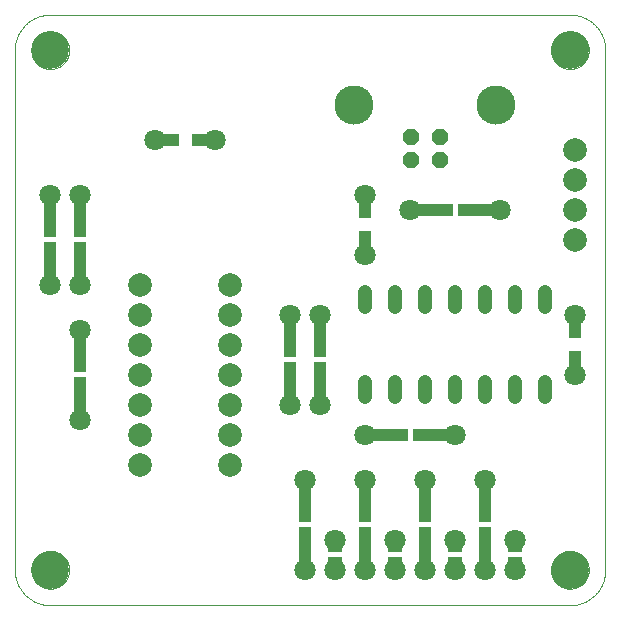
<source format=gts>
G75*
%MOIN*%
%OFA0B0*%
%FSLAX25Y25*%
%IPPOS*%
%LPD*%
%AMOC8*
5,1,8,0,0,1.08239X$1,22.5*
%
%ADD10C,0.00000*%
%ADD11C,0.12598*%
%ADD12R,0.03937X0.10236*%
%ADD13C,0.07087*%
%ADD14C,0.07874*%
%ADD15C,0.04800*%
%ADD16R,0.12598X0.03937*%
%ADD17OC8,0.05610*%
%ADD18C,0.13055*%
%ADD19R,0.03937X0.12598*%
%ADD20R,0.10236X0.03937*%
%ADD21R,0.04724X0.03150*%
D10*
X0005724Y0017535D02*
X0005724Y0190764D01*
X0011236Y0190764D02*
X0011238Y0190922D01*
X0011244Y0191080D01*
X0011254Y0191238D01*
X0011268Y0191396D01*
X0011286Y0191553D01*
X0011307Y0191710D01*
X0011333Y0191866D01*
X0011363Y0192022D01*
X0011396Y0192177D01*
X0011434Y0192330D01*
X0011475Y0192483D01*
X0011520Y0192635D01*
X0011569Y0192786D01*
X0011622Y0192935D01*
X0011678Y0193083D01*
X0011738Y0193229D01*
X0011802Y0193374D01*
X0011870Y0193517D01*
X0011941Y0193659D01*
X0012015Y0193799D01*
X0012093Y0193936D01*
X0012175Y0194072D01*
X0012259Y0194206D01*
X0012348Y0194337D01*
X0012439Y0194466D01*
X0012534Y0194593D01*
X0012631Y0194718D01*
X0012732Y0194840D01*
X0012836Y0194959D01*
X0012943Y0195076D01*
X0013053Y0195190D01*
X0013166Y0195301D01*
X0013281Y0195410D01*
X0013399Y0195515D01*
X0013520Y0195617D01*
X0013643Y0195717D01*
X0013769Y0195813D01*
X0013897Y0195906D01*
X0014027Y0195996D01*
X0014160Y0196082D01*
X0014295Y0196166D01*
X0014431Y0196245D01*
X0014570Y0196322D01*
X0014711Y0196394D01*
X0014853Y0196464D01*
X0014997Y0196529D01*
X0015143Y0196591D01*
X0015290Y0196649D01*
X0015439Y0196704D01*
X0015589Y0196755D01*
X0015740Y0196802D01*
X0015892Y0196845D01*
X0016045Y0196884D01*
X0016200Y0196920D01*
X0016355Y0196951D01*
X0016511Y0196979D01*
X0016667Y0197003D01*
X0016824Y0197023D01*
X0016982Y0197039D01*
X0017139Y0197051D01*
X0017298Y0197059D01*
X0017456Y0197063D01*
X0017614Y0197063D01*
X0017772Y0197059D01*
X0017931Y0197051D01*
X0018088Y0197039D01*
X0018246Y0197023D01*
X0018403Y0197003D01*
X0018559Y0196979D01*
X0018715Y0196951D01*
X0018870Y0196920D01*
X0019025Y0196884D01*
X0019178Y0196845D01*
X0019330Y0196802D01*
X0019481Y0196755D01*
X0019631Y0196704D01*
X0019780Y0196649D01*
X0019927Y0196591D01*
X0020073Y0196529D01*
X0020217Y0196464D01*
X0020359Y0196394D01*
X0020500Y0196322D01*
X0020639Y0196245D01*
X0020775Y0196166D01*
X0020910Y0196082D01*
X0021043Y0195996D01*
X0021173Y0195906D01*
X0021301Y0195813D01*
X0021427Y0195717D01*
X0021550Y0195617D01*
X0021671Y0195515D01*
X0021789Y0195410D01*
X0021904Y0195301D01*
X0022017Y0195190D01*
X0022127Y0195076D01*
X0022234Y0194959D01*
X0022338Y0194840D01*
X0022439Y0194718D01*
X0022536Y0194593D01*
X0022631Y0194466D01*
X0022722Y0194337D01*
X0022811Y0194206D01*
X0022895Y0194072D01*
X0022977Y0193936D01*
X0023055Y0193799D01*
X0023129Y0193659D01*
X0023200Y0193517D01*
X0023268Y0193374D01*
X0023332Y0193229D01*
X0023392Y0193083D01*
X0023448Y0192935D01*
X0023501Y0192786D01*
X0023550Y0192635D01*
X0023595Y0192483D01*
X0023636Y0192330D01*
X0023674Y0192177D01*
X0023707Y0192022D01*
X0023737Y0191866D01*
X0023763Y0191710D01*
X0023784Y0191553D01*
X0023802Y0191396D01*
X0023816Y0191238D01*
X0023826Y0191080D01*
X0023832Y0190922D01*
X0023834Y0190764D01*
X0023832Y0190606D01*
X0023826Y0190448D01*
X0023816Y0190290D01*
X0023802Y0190132D01*
X0023784Y0189975D01*
X0023763Y0189818D01*
X0023737Y0189662D01*
X0023707Y0189506D01*
X0023674Y0189351D01*
X0023636Y0189198D01*
X0023595Y0189045D01*
X0023550Y0188893D01*
X0023501Y0188742D01*
X0023448Y0188593D01*
X0023392Y0188445D01*
X0023332Y0188299D01*
X0023268Y0188154D01*
X0023200Y0188011D01*
X0023129Y0187869D01*
X0023055Y0187729D01*
X0022977Y0187592D01*
X0022895Y0187456D01*
X0022811Y0187322D01*
X0022722Y0187191D01*
X0022631Y0187062D01*
X0022536Y0186935D01*
X0022439Y0186810D01*
X0022338Y0186688D01*
X0022234Y0186569D01*
X0022127Y0186452D01*
X0022017Y0186338D01*
X0021904Y0186227D01*
X0021789Y0186118D01*
X0021671Y0186013D01*
X0021550Y0185911D01*
X0021427Y0185811D01*
X0021301Y0185715D01*
X0021173Y0185622D01*
X0021043Y0185532D01*
X0020910Y0185446D01*
X0020775Y0185362D01*
X0020639Y0185283D01*
X0020500Y0185206D01*
X0020359Y0185134D01*
X0020217Y0185064D01*
X0020073Y0184999D01*
X0019927Y0184937D01*
X0019780Y0184879D01*
X0019631Y0184824D01*
X0019481Y0184773D01*
X0019330Y0184726D01*
X0019178Y0184683D01*
X0019025Y0184644D01*
X0018870Y0184608D01*
X0018715Y0184577D01*
X0018559Y0184549D01*
X0018403Y0184525D01*
X0018246Y0184505D01*
X0018088Y0184489D01*
X0017931Y0184477D01*
X0017772Y0184469D01*
X0017614Y0184465D01*
X0017456Y0184465D01*
X0017298Y0184469D01*
X0017139Y0184477D01*
X0016982Y0184489D01*
X0016824Y0184505D01*
X0016667Y0184525D01*
X0016511Y0184549D01*
X0016355Y0184577D01*
X0016200Y0184608D01*
X0016045Y0184644D01*
X0015892Y0184683D01*
X0015740Y0184726D01*
X0015589Y0184773D01*
X0015439Y0184824D01*
X0015290Y0184879D01*
X0015143Y0184937D01*
X0014997Y0184999D01*
X0014853Y0185064D01*
X0014711Y0185134D01*
X0014570Y0185206D01*
X0014431Y0185283D01*
X0014295Y0185362D01*
X0014160Y0185446D01*
X0014027Y0185532D01*
X0013897Y0185622D01*
X0013769Y0185715D01*
X0013643Y0185811D01*
X0013520Y0185911D01*
X0013399Y0186013D01*
X0013281Y0186118D01*
X0013166Y0186227D01*
X0013053Y0186338D01*
X0012943Y0186452D01*
X0012836Y0186569D01*
X0012732Y0186688D01*
X0012631Y0186810D01*
X0012534Y0186935D01*
X0012439Y0187062D01*
X0012348Y0187191D01*
X0012259Y0187322D01*
X0012175Y0187456D01*
X0012093Y0187592D01*
X0012015Y0187729D01*
X0011941Y0187869D01*
X0011870Y0188011D01*
X0011802Y0188154D01*
X0011738Y0188299D01*
X0011678Y0188445D01*
X0011622Y0188593D01*
X0011569Y0188742D01*
X0011520Y0188893D01*
X0011475Y0189045D01*
X0011434Y0189198D01*
X0011396Y0189351D01*
X0011363Y0189506D01*
X0011333Y0189662D01*
X0011307Y0189818D01*
X0011286Y0189975D01*
X0011268Y0190132D01*
X0011254Y0190290D01*
X0011244Y0190448D01*
X0011238Y0190606D01*
X0011236Y0190764D01*
X0005724Y0190764D02*
X0005727Y0191049D01*
X0005738Y0191335D01*
X0005755Y0191620D01*
X0005779Y0191904D01*
X0005810Y0192188D01*
X0005848Y0192471D01*
X0005893Y0192752D01*
X0005944Y0193033D01*
X0006002Y0193313D01*
X0006067Y0193591D01*
X0006139Y0193867D01*
X0006217Y0194141D01*
X0006302Y0194414D01*
X0006394Y0194684D01*
X0006492Y0194952D01*
X0006596Y0195218D01*
X0006707Y0195481D01*
X0006824Y0195741D01*
X0006947Y0195999D01*
X0007077Y0196253D01*
X0007213Y0196504D01*
X0007354Y0196752D01*
X0007502Y0196996D01*
X0007655Y0197237D01*
X0007815Y0197473D01*
X0007980Y0197706D01*
X0008150Y0197935D01*
X0008326Y0198160D01*
X0008508Y0198380D01*
X0008694Y0198596D01*
X0008886Y0198807D01*
X0009083Y0199014D01*
X0009285Y0199216D01*
X0009492Y0199413D01*
X0009703Y0199605D01*
X0009919Y0199791D01*
X0010139Y0199973D01*
X0010364Y0200149D01*
X0010593Y0200319D01*
X0010826Y0200484D01*
X0011062Y0200644D01*
X0011303Y0200797D01*
X0011547Y0200945D01*
X0011795Y0201086D01*
X0012046Y0201222D01*
X0012300Y0201352D01*
X0012558Y0201475D01*
X0012818Y0201592D01*
X0013081Y0201703D01*
X0013347Y0201807D01*
X0013615Y0201905D01*
X0013885Y0201997D01*
X0014158Y0202082D01*
X0014432Y0202160D01*
X0014708Y0202232D01*
X0014986Y0202297D01*
X0015266Y0202355D01*
X0015547Y0202406D01*
X0015828Y0202451D01*
X0016111Y0202489D01*
X0016395Y0202520D01*
X0016679Y0202544D01*
X0016964Y0202561D01*
X0017250Y0202572D01*
X0017535Y0202575D01*
X0190764Y0202575D01*
X0184465Y0190764D02*
X0184467Y0190922D01*
X0184473Y0191080D01*
X0184483Y0191238D01*
X0184497Y0191396D01*
X0184515Y0191553D01*
X0184536Y0191710D01*
X0184562Y0191866D01*
X0184592Y0192022D01*
X0184625Y0192177D01*
X0184663Y0192330D01*
X0184704Y0192483D01*
X0184749Y0192635D01*
X0184798Y0192786D01*
X0184851Y0192935D01*
X0184907Y0193083D01*
X0184967Y0193229D01*
X0185031Y0193374D01*
X0185099Y0193517D01*
X0185170Y0193659D01*
X0185244Y0193799D01*
X0185322Y0193936D01*
X0185404Y0194072D01*
X0185488Y0194206D01*
X0185577Y0194337D01*
X0185668Y0194466D01*
X0185763Y0194593D01*
X0185860Y0194718D01*
X0185961Y0194840D01*
X0186065Y0194959D01*
X0186172Y0195076D01*
X0186282Y0195190D01*
X0186395Y0195301D01*
X0186510Y0195410D01*
X0186628Y0195515D01*
X0186749Y0195617D01*
X0186872Y0195717D01*
X0186998Y0195813D01*
X0187126Y0195906D01*
X0187256Y0195996D01*
X0187389Y0196082D01*
X0187524Y0196166D01*
X0187660Y0196245D01*
X0187799Y0196322D01*
X0187940Y0196394D01*
X0188082Y0196464D01*
X0188226Y0196529D01*
X0188372Y0196591D01*
X0188519Y0196649D01*
X0188668Y0196704D01*
X0188818Y0196755D01*
X0188969Y0196802D01*
X0189121Y0196845D01*
X0189274Y0196884D01*
X0189429Y0196920D01*
X0189584Y0196951D01*
X0189740Y0196979D01*
X0189896Y0197003D01*
X0190053Y0197023D01*
X0190211Y0197039D01*
X0190368Y0197051D01*
X0190527Y0197059D01*
X0190685Y0197063D01*
X0190843Y0197063D01*
X0191001Y0197059D01*
X0191160Y0197051D01*
X0191317Y0197039D01*
X0191475Y0197023D01*
X0191632Y0197003D01*
X0191788Y0196979D01*
X0191944Y0196951D01*
X0192099Y0196920D01*
X0192254Y0196884D01*
X0192407Y0196845D01*
X0192559Y0196802D01*
X0192710Y0196755D01*
X0192860Y0196704D01*
X0193009Y0196649D01*
X0193156Y0196591D01*
X0193302Y0196529D01*
X0193446Y0196464D01*
X0193588Y0196394D01*
X0193729Y0196322D01*
X0193868Y0196245D01*
X0194004Y0196166D01*
X0194139Y0196082D01*
X0194272Y0195996D01*
X0194402Y0195906D01*
X0194530Y0195813D01*
X0194656Y0195717D01*
X0194779Y0195617D01*
X0194900Y0195515D01*
X0195018Y0195410D01*
X0195133Y0195301D01*
X0195246Y0195190D01*
X0195356Y0195076D01*
X0195463Y0194959D01*
X0195567Y0194840D01*
X0195668Y0194718D01*
X0195765Y0194593D01*
X0195860Y0194466D01*
X0195951Y0194337D01*
X0196040Y0194206D01*
X0196124Y0194072D01*
X0196206Y0193936D01*
X0196284Y0193799D01*
X0196358Y0193659D01*
X0196429Y0193517D01*
X0196497Y0193374D01*
X0196561Y0193229D01*
X0196621Y0193083D01*
X0196677Y0192935D01*
X0196730Y0192786D01*
X0196779Y0192635D01*
X0196824Y0192483D01*
X0196865Y0192330D01*
X0196903Y0192177D01*
X0196936Y0192022D01*
X0196966Y0191866D01*
X0196992Y0191710D01*
X0197013Y0191553D01*
X0197031Y0191396D01*
X0197045Y0191238D01*
X0197055Y0191080D01*
X0197061Y0190922D01*
X0197063Y0190764D01*
X0197061Y0190606D01*
X0197055Y0190448D01*
X0197045Y0190290D01*
X0197031Y0190132D01*
X0197013Y0189975D01*
X0196992Y0189818D01*
X0196966Y0189662D01*
X0196936Y0189506D01*
X0196903Y0189351D01*
X0196865Y0189198D01*
X0196824Y0189045D01*
X0196779Y0188893D01*
X0196730Y0188742D01*
X0196677Y0188593D01*
X0196621Y0188445D01*
X0196561Y0188299D01*
X0196497Y0188154D01*
X0196429Y0188011D01*
X0196358Y0187869D01*
X0196284Y0187729D01*
X0196206Y0187592D01*
X0196124Y0187456D01*
X0196040Y0187322D01*
X0195951Y0187191D01*
X0195860Y0187062D01*
X0195765Y0186935D01*
X0195668Y0186810D01*
X0195567Y0186688D01*
X0195463Y0186569D01*
X0195356Y0186452D01*
X0195246Y0186338D01*
X0195133Y0186227D01*
X0195018Y0186118D01*
X0194900Y0186013D01*
X0194779Y0185911D01*
X0194656Y0185811D01*
X0194530Y0185715D01*
X0194402Y0185622D01*
X0194272Y0185532D01*
X0194139Y0185446D01*
X0194004Y0185362D01*
X0193868Y0185283D01*
X0193729Y0185206D01*
X0193588Y0185134D01*
X0193446Y0185064D01*
X0193302Y0184999D01*
X0193156Y0184937D01*
X0193009Y0184879D01*
X0192860Y0184824D01*
X0192710Y0184773D01*
X0192559Y0184726D01*
X0192407Y0184683D01*
X0192254Y0184644D01*
X0192099Y0184608D01*
X0191944Y0184577D01*
X0191788Y0184549D01*
X0191632Y0184525D01*
X0191475Y0184505D01*
X0191317Y0184489D01*
X0191160Y0184477D01*
X0191001Y0184469D01*
X0190843Y0184465D01*
X0190685Y0184465D01*
X0190527Y0184469D01*
X0190368Y0184477D01*
X0190211Y0184489D01*
X0190053Y0184505D01*
X0189896Y0184525D01*
X0189740Y0184549D01*
X0189584Y0184577D01*
X0189429Y0184608D01*
X0189274Y0184644D01*
X0189121Y0184683D01*
X0188969Y0184726D01*
X0188818Y0184773D01*
X0188668Y0184824D01*
X0188519Y0184879D01*
X0188372Y0184937D01*
X0188226Y0184999D01*
X0188082Y0185064D01*
X0187940Y0185134D01*
X0187799Y0185206D01*
X0187660Y0185283D01*
X0187524Y0185362D01*
X0187389Y0185446D01*
X0187256Y0185532D01*
X0187126Y0185622D01*
X0186998Y0185715D01*
X0186872Y0185811D01*
X0186749Y0185911D01*
X0186628Y0186013D01*
X0186510Y0186118D01*
X0186395Y0186227D01*
X0186282Y0186338D01*
X0186172Y0186452D01*
X0186065Y0186569D01*
X0185961Y0186688D01*
X0185860Y0186810D01*
X0185763Y0186935D01*
X0185668Y0187062D01*
X0185577Y0187191D01*
X0185488Y0187322D01*
X0185404Y0187456D01*
X0185322Y0187592D01*
X0185244Y0187729D01*
X0185170Y0187869D01*
X0185099Y0188011D01*
X0185031Y0188154D01*
X0184967Y0188299D01*
X0184907Y0188445D01*
X0184851Y0188593D01*
X0184798Y0188742D01*
X0184749Y0188893D01*
X0184704Y0189045D01*
X0184663Y0189198D01*
X0184625Y0189351D01*
X0184592Y0189506D01*
X0184562Y0189662D01*
X0184536Y0189818D01*
X0184515Y0189975D01*
X0184497Y0190132D01*
X0184483Y0190290D01*
X0184473Y0190448D01*
X0184467Y0190606D01*
X0184465Y0190764D01*
X0190764Y0202575D02*
X0191049Y0202572D01*
X0191335Y0202561D01*
X0191620Y0202544D01*
X0191904Y0202520D01*
X0192188Y0202489D01*
X0192471Y0202451D01*
X0192752Y0202406D01*
X0193033Y0202355D01*
X0193313Y0202297D01*
X0193591Y0202232D01*
X0193867Y0202160D01*
X0194141Y0202082D01*
X0194414Y0201997D01*
X0194684Y0201905D01*
X0194952Y0201807D01*
X0195218Y0201703D01*
X0195481Y0201592D01*
X0195741Y0201475D01*
X0195999Y0201352D01*
X0196253Y0201222D01*
X0196504Y0201086D01*
X0196752Y0200945D01*
X0196996Y0200797D01*
X0197237Y0200644D01*
X0197473Y0200484D01*
X0197706Y0200319D01*
X0197935Y0200149D01*
X0198160Y0199973D01*
X0198380Y0199791D01*
X0198596Y0199605D01*
X0198807Y0199413D01*
X0199014Y0199216D01*
X0199216Y0199014D01*
X0199413Y0198807D01*
X0199605Y0198596D01*
X0199791Y0198380D01*
X0199973Y0198160D01*
X0200149Y0197935D01*
X0200319Y0197706D01*
X0200484Y0197473D01*
X0200644Y0197237D01*
X0200797Y0196996D01*
X0200945Y0196752D01*
X0201086Y0196504D01*
X0201222Y0196253D01*
X0201352Y0195999D01*
X0201475Y0195741D01*
X0201592Y0195481D01*
X0201703Y0195218D01*
X0201807Y0194952D01*
X0201905Y0194684D01*
X0201997Y0194414D01*
X0202082Y0194141D01*
X0202160Y0193867D01*
X0202232Y0193591D01*
X0202297Y0193313D01*
X0202355Y0193033D01*
X0202406Y0192752D01*
X0202451Y0192471D01*
X0202489Y0192188D01*
X0202520Y0191904D01*
X0202544Y0191620D01*
X0202561Y0191335D01*
X0202572Y0191049D01*
X0202575Y0190764D01*
X0202575Y0017535D01*
X0184465Y0017535D02*
X0184467Y0017693D01*
X0184473Y0017851D01*
X0184483Y0018009D01*
X0184497Y0018167D01*
X0184515Y0018324D01*
X0184536Y0018481D01*
X0184562Y0018637D01*
X0184592Y0018793D01*
X0184625Y0018948D01*
X0184663Y0019101D01*
X0184704Y0019254D01*
X0184749Y0019406D01*
X0184798Y0019557D01*
X0184851Y0019706D01*
X0184907Y0019854D01*
X0184967Y0020000D01*
X0185031Y0020145D01*
X0185099Y0020288D01*
X0185170Y0020430D01*
X0185244Y0020570D01*
X0185322Y0020707D01*
X0185404Y0020843D01*
X0185488Y0020977D01*
X0185577Y0021108D01*
X0185668Y0021237D01*
X0185763Y0021364D01*
X0185860Y0021489D01*
X0185961Y0021611D01*
X0186065Y0021730D01*
X0186172Y0021847D01*
X0186282Y0021961D01*
X0186395Y0022072D01*
X0186510Y0022181D01*
X0186628Y0022286D01*
X0186749Y0022388D01*
X0186872Y0022488D01*
X0186998Y0022584D01*
X0187126Y0022677D01*
X0187256Y0022767D01*
X0187389Y0022853D01*
X0187524Y0022937D01*
X0187660Y0023016D01*
X0187799Y0023093D01*
X0187940Y0023165D01*
X0188082Y0023235D01*
X0188226Y0023300D01*
X0188372Y0023362D01*
X0188519Y0023420D01*
X0188668Y0023475D01*
X0188818Y0023526D01*
X0188969Y0023573D01*
X0189121Y0023616D01*
X0189274Y0023655D01*
X0189429Y0023691D01*
X0189584Y0023722D01*
X0189740Y0023750D01*
X0189896Y0023774D01*
X0190053Y0023794D01*
X0190211Y0023810D01*
X0190368Y0023822D01*
X0190527Y0023830D01*
X0190685Y0023834D01*
X0190843Y0023834D01*
X0191001Y0023830D01*
X0191160Y0023822D01*
X0191317Y0023810D01*
X0191475Y0023794D01*
X0191632Y0023774D01*
X0191788Y0023750D01*
X0191944Y0023722D01*
X0192099Y0023691D01*
X0192254Y0023655D01*
X0192407Y0023616D01*
X0192559Y0023573D01*
X0192710Y0023526D01*
X0192860Y0023475D01*
X0193009Y0023420D01*
X0193156Y0023362D01*
X0193302Y0023300D01*
X0193446Y0023235D01*
X0193588Y0023165D01*
X0193729Y0023093D01*
X0193868Y0023016D01*
X0194004Y0022937D01*
X0194139Y0022853D01*
X0194272Y0022767D01*
X0194402Y0022677D01*
X0194530Y0022584D01*
X0194656Y0022488D01*
X0194779Y0022388D01*
X0194900Y0022286D01*
X0195018Y0022181D01*
X0195133Y0022072D01*
X0195246Y0021961D01*
X0195356Y0021847D01*
X0195463Y0021730D01*
X0195567Y0021611D01*
X0195668Y0021489D01*
X0195765Y0021364D01*
X0195860Y0021237D01*
X0195951Y0021108D01*
X0196040Y0020977D01*
X0196124Y0020843D01*
X0196206Y0020707D01*
X0196284Y0020570D01*
X0196358Y0020430D01*
X0196429Y0020288D01*
X0196497Y0020145D01*
X0196561Y0020000D01*
X0196621Y0019854D01*
X0196677Y0019706D01*
X0196730Y0019557D01*
X0196779Y0019406D01*
X0196824Y0019254D01*
X0196865Y0019101D01*
X0196903Y0018948D01*
X0196936Y0018793D01*
X0196966Y0018637D01*
X0196992Y0018481D01*
X0197013Y0018324D01*
X0197031Y0018167D01*
X0197045Y0018009D01*
X0197055Y0017851D01*
X0197061Y0017693D01*
X0197063Y0017535D01*
X0197061Y0017377D01*
X0197055Y0017219D01*
X0197045Y0017061D01*
X0197031Y0016903D01*
X0197013Y0016746D01*
X0196992Y0016589D01*
X0196966Y0016433D01*
X0196936Y0016277D01*
X0196903Y0016122D01*
X0196865Y0015969D01*
X0196824Y0015816D01*
X0196779Y0015664D01*
X0196730Y0015513D01*
X0196677Y0015364D01*
X0196621Y0015216D01*
X0196561Y0015070D01*
X0196497Y0014925D01*
X0196429Y0014782D01*
X0196358Y0014640D01*
X0196284Y0014500D01*
X0196206Y0014363D01*
X0196124Y0014227D01*
X0196040Y0014093D01*
X0195951Y0013962D01*
X0195860Y0013833D01*
X0195765Y0013706D01*
X0195668Y0013581D01*
X0195567Y0013459D01*
X0195463Y0013340D01*
X0195356Y0013223D01*
X0195246Y0013109D01*
X0195133Y0012998D01*
X0195018Y0012889D01*
X0194900Y0012784D01*
X0194779Y0012682D01*
X0194656Y0012582D01*
X0194530Y0012486D01*
X0194402Y0012393D01*
X0194272Y0012303D01*
X0194139Y0012217D01*
X0194004Y0012133D01*
X0193868Y0012054D01*
X0193729Y0011977D01*
X0193588Y0011905D01*
X0193446Y0011835D01*
X0193302Y0011770D01*
X0193156Y0011708D01*
X0193009Y0011650D01*
X0192860Y0011595D01*
X0192710Y0011544D01*
X0192559Y0011497D01*
X0192407Y0011454D01*
X0192254Y0011415D01*
X0192099Y0011379D01*
X0191944Y0011348D01*
X0191788Y0011320D01*
X0191632Y0011296D01*
X0191475Y0011276D01*
X0191317Y0011260D01*
X0191160Y0011248D01*
X0191001Y0011240D01*
X0190843Y0011236D01*
X0190685Y0011236D01*
X0190527Y0011240D01*
X0190368Y0011248D01*
X0190211Y0011260D01*
X0190053Y0011276D01*
X0189896Y0011296D01*
X0189740Y0011320D01*
X0189584Y0011348D01*
X0189429Y0011379D01*
X0189274Y0011415D01*
X0189121Y0011454D01*
X0188969Y0011497D01*
X0188818Y0011544D01*
X0188668Y0011595D01*
X0188519Y0011650D01*
X0188372Y0011708D01*
X0188226Y0011770D01*
X0188082Y0011835D01*
X0187940Y0011905D01*
X0187799Y0011977D01*
X0187660Y0012054D01*
X0187524Y0012133D01*
X0187389Y0012217D01*
X0187256Y0012303D01*
X0187126Y0012393D01*
X0186998Y0012486D01*
X0186872Y0012582D01*
X0186749Y0012682D01*
X0186628Y0012784D01*
X0186510Y0012889D01*
X0186395Y0012998D01*
X0186282Y0013109D01*
X0186172Y0013223D01*
X0186065Y0013340D01*
X0185961Y0013459D01*
X0185860Y0013581D01*
X0185763Y0013706D01*
X0185668Y0013833D01*
X0185577Y0013962D01*
X0185488Y0014093D01*
X0185404Y0014227D01*
X0185322Y0014363D01*
X0185244Y0014500D01*
X0185170Y0014640D01*
X0185099Y0014782D01*
X0185031Y0014925D01*
X0184967Y0015070D01*
X0184907Y0015216D01*
X0184851Y0015364D01*
X0184798Y0015513D01*
X0184749Y0015664D01*
X0184704Y0015816D01*
X0184663Y0015969D01*
X0184625Y0016122D01*
X0184592Y0016277D01*
X0184562Y0016433D01*
X0184536Y0016589D01*
X0184515Y0016746D01*
X0184497Y0016903D01*
X0184483Y0017061D01*
X0184473Y0017219D01*
X0184467Y0017377D01*
X0184465Y0017535D01*
X0190764Y0005724D02*
X0191049Y0005727D01*
X0191335Y0005738D01*
X0191620Y0005755D01*
X0191904Y0005779D01*
X0192188Y0005810D01*
X0192471Y0005848D01*
X0192752Y0005893D01*
X0193033Y0005944D01*
X0193313Y0006002D01*
X0193591Y0006067D01*
X0193867Y0006139D01*
X0194141Y0006217D01*
X0194414Y0006302D01*
X0194684Y0006394D01*
X0194952Y0006492D01*
X0195218Y0006596D01*
X0195481Y0006707D01*
X0195741Y0006824D01*
X0195999Y0006947D01*
X0196253Y0007077D01*
X0196504Y0007213D01*
X0196752Y0007354D01*
X0196996Y0007502D01*
X0197237Y0007655D01*
X0197473Y0007815D01*
X0197706Y0007980D01*
X0197935Y0008150D01*
X0198160Y0008326D01*
X0198380Y0008508D01*
X0198596Y0008694D01*
X0198807Y0008886D01*
X0199014Y0009083D01*
X0199216Y0009285D01*
X0199413Y0009492D01*
X0199605Y0009703D01*
X0199791Y0009919D01*
X0199973Y0010139D01*
X0200149Y0010364D01*
X0200319Y0010593D01*
X0200484Y0010826D01*
X0200644Y0011062D01*
X0200797Y0011303D01*
X0200945Y0011547D01*
X0201086Y0011795D01*
X0201222Y0012046D01*
X0201352Y0012300D01*
X0201475Y0012558D01*
X0201592Y0012818D01*
X0201703Y0013081D01*
X0201807Y0013347D01*
X0201905Y0013615D01*
X0201997Y0013885D01*
X0202082Y0014158D01*
X0202160Y0014432D01*
X0202232Y0014708D01*
X0202297Y0014986D01*
X0202355Y0015266D01*
X0202406Y0015547D01*
X0202451Y0015828D01*
X0202489Y0016111D01*
X0202520Y0016395D01*
X0202544Y0016679D01*
X0202561Y0016964D01*
X0202572Y0017250D01*
X0202575Y0017535D01*
X0190764Y0005724D02*
X0017535Y0005724D01*
X0011236Y0017535D02*
X0011238Y0017693D01*
X0011244Y0017851D01*
X0011254Y0018009D01*
X0011268Y0018167D01*
X0011286Y0018324D01*
X0011307Y0018481D01*
X0011333Y0018637D01*
X0011363Y0018793D01*
X0011396Y0018948D01*
X0011434Y0019101D01*
X0011475Y0019254D01*
X0011520Y0019406D01*
X0011569Y0019557D01*
X0011622Y0019706D01*
X0011678Y0019854D01*
X0011738Y0020000D01*
X0011802Y0020145D01*
X0011870Y0020288D01*
X0011941Y0020430D01*
X0012015Y0020570D01*
X0012093Y0020707D01*
X0012175Y0020843D01*
X0012259Y0020977D01*
X0012348Y0021108D01*
X0012439Y0021237D01*
X0012534Y0021364D01*
X0012631Y0021489D01*
X0012732Y0021611D01*
X0012836Y0021730D01*
X0012943Y0021847D01*
X0013053Y0021961D01*
X0013166Y0022072D01*
X0013281Y0022181D01*
X0013399Y0022286D01*
X0013520Y0022388D01*
X0013643Y0022488D01*
X0013769Y0022584D01*
X0013897Y0022677D01*
X0014027Y0022767D01*
X0014160Y0022853D01*
X0014295Y0022937D01*
X0014431Y0023016D01*
X0014570Y0023093D01*
X0014711Y0023165D01*
X0014853Y0023235D01*
X0014997Y0023300D01*
X0015143Y0023362D01*
X0015290Y0023420D01*
X0015439Y0023475D01*
X0015589Y0023526D01*
X0015740Y0023573D01*
X0015892Y0023616D01*
X0016045Y0023655D01*
X0016200Y0023691D01*
X0016355Y0023722D01*
X0016511Y0023750D01*
X0016667Y0023774D01*
X0016824Y0023794D01*
X0016982Y0023810D01*
X0017139Y0023822D01*
X0017298Y0023830D01*
X0017456Y0023834D01*
X0017614Y0023834D01*
X0017772Y0023830D01*
X0017931Y0023822D01*
X0018088Y0023810D01*
X0018246Y0023794D01*
X0018403Y0023774D01*
X0018559Y0023750D01*
X0018715Y0023722D01*
X0018870Y0023691D01*
X0019025Y0023655D01*
X0019178Y0023616D01*
X0019330Y0023573D01*
X0019481Y0023526D01*
X0019631Y0023475D01*
X0019780Y0023420D01*
X0019927Y0023362D01*
X0020073Y0023300D01*
X0020217Y0023235D01*
X0020359Y0023165D01*
X0020500Y0023093D01*
X0020639Y0023016D01*
X0020775Y0022937D01*
X0020910Y0022853D01*
X0021043Y0022767D01*
X0021173Y0022677D01*
X0021301Y0022584D01*
X0021427Y0022488D01*
X0021550Y0022388D01*
X0021671Y0022286D01*
X0021789Y0022181D01*
X0021904Y0022072D01*
X0022017Y0021961D01*
X0022127Y0021847D01*
X0022234Y0021730D01*
X0022338Y0021611D01*
X0022439Y0021489D01*
X0022536Y0021364D01*
X0022631Y0021237D01*
X0022722Y0021108D01*
X0022811Y0020977D01*
X0022895Y0020843D01*
X0022977Y0020707D01*
X0023055Y0020570D01*
X0023129Y0020430D01*
X0023200Y0020288D01*
X0023268Y0020145D01*
X0023332Y0020000D01*
X0023392Y0019854D01*
X0023448Y0019706D01*
X0023501Y0019557D01*
X0023550Y0019406D01*
X0023595Y0019254D01*
X0023636Y0019101D01*
X0023674Y0018948D01*
X0023707Y0018793D01*
X0023737Y0018637D01*
X0023763Y0018481D01*
X0023784Y0018324D01*
X0023802Y0018167D01*
X0023816Y0018009D01*
X0023826Y0017851D01*
X0023832Y0017693D01*
X0023834Y0017535D01*
X0023832Y0017377D01*
X0023826Y0017219D01*
X0023816Y0017061D01*
X0023802Y0016903D01*
X0023784Y0016746D01*
X0023763Y0016589D01*
X0023737Y0016433D01*
X0023707Y0016277D01*
X0023674Y0016122D01*
X0023636Y0015969D01*
X0023595Y0015816D01*
X0023550Y0015664D01*
X0023501Y0015513D01*
X0023448Y0015364D01*
X0023392Y0015216D01*
X0023332Y0015070D01*
X0023268Y0014925D01*
X0023200Y0014782D01*
X0023129Y0014640D01*
X0023055Y0014500D01*
X0022977Y0014363D01*
X0022895Y0014227D01*
X0022811Y0014093D01*
X0022722Y0013962D01*
X0022631Y0013833D01*
X0022536Y0013706D01*
X0022439Y0013581D01*
X0022338Y0013459D01*
X0022234Y0013340D01*
X0022127Y0013223D01*
X0022017Y0013109D01*
X0021904Y0012998D01*
X0021789Y0012889D01*
X0021671Y0012784D01*
X0021550Y0012682D01*
X0021427Y0012582D01*
X0021301Y0012486D01*
X0021173Y0012393D01*
X0021043Y0012303D01*
X0020910Y0012217D01*
X0020775Y0012133D01*
X0020639Y0012054D01*
X0020500Y0011977D01*
X0020359Y0011905D01*
X0020217Y0011835D01*
X0020073Y0011770D01*
X0019927Y0011708D01*
X0019780Y0011650D01*
X0019631Y0011595D01*
X0019481Y0011544D01*
X0019330Y0011497D01*
X0019178Y0011454D01*
X0019025Y0011415D01*
X0018870Y0011379D01*
X0018715Y0011348D01*
X0018559Y0011320D01*
X0018403Y0011296D01*
X0018246Y0011276D01*
X0018088Y0011260D01*
X0017931Y0011248D01*
X0017772Y0011240D01*
X0017614Y0011236D01*
X0017456Y0011236D01*
X0017298Y0011240D01*
X0017139Y0011248D01*
X0016982Y0011260D01*
X0016824Y0011276D01*
X0016667Y0011296D01*
X0016511Y0011320D01*
X0016355Y0011348D01*
X0016200Y0011379D01*
X0016045Y0011415D01*
X0015892Y0011454D01*
X0015740Y0011497D01*
X0015589Y0011544D01*
X0015439Y0011595D01*
X0015290Y0011650D01*
X0015143Y0011708D01*
X0014997Y0011770D01*
X0014853Y0011835D01*
X0014711Y0011905D01*
X0014570Y0011977D01*
X0014431Y0012054D01*
X0014295Y0012133D01*
X0014160Y0012217D01*
X0014027Y0012303D01*
X0013897Y0012393D01*
X0013769Y0012486D01*
X0013643Y0012582D01*
X0013520Y0012682D01*
X0013399Y0012784D01*
X0013281Y0012889D01*
X0013166Y0012998D01*
X0013053Y0013109D01*
X0012943Y0013223D01*
X0012836Y0013340D01*
X0012732Y0013459D01*
X0012631Y0013581D01*
X0012534Y0013706D01*
X0012439Y0013833D01*
X0012348Y0013962D01*
X0012259Y0014093D01*
X0012175Y0014227D01*
X0012093Y0014363D01*
X0012015Y0014500D01*
X0011941Y0014640D01*
X0011870Y0014782D01*
X0011802Y0014925D01*
X0011738Y0015070D01*
X0011678Y0015216D01*
X0011622Y0015364D01*
X0011569Y0015513D01*
X0011520Y0015664D01*
X0011475Y0015816D01*
X0011434Y0015969D01*
X0011396Y0016122D01*
X0011363Y0016277D01*
X0011333Y0016433D01*
X0011307Y0016589D01*
X0011286Y0016746D01*
X0011268Y0016903D01*
X0011254Y0017061D01*
X0011244Y0017219D01*
X0011238Y0017377D01*
X0011236Y0017535D01*
X0005724Y0017535D02*
X0005727Y0017250D01*
X0005738Y0016964D01*
X0005755Y0016679D01*
X0005779Y0016395D01*
X0005810Y0016111D01*
X0005848Y0015828D01*
X0005893Y0015547D01*
X0005944Y0015266D01*
X0006002Y0014986D01*
X0006067Y0014708D01*
X0006139Y0014432D01*
X0006217Y0014158D01*
X0006302Y0013885D01*
X0006394Y0013615D01*
X0006492Y0013347D01*
X0006596Y0013081D01*
X0006707Y0012818D01*
X0006824Y0012558D01*
X0006947Y0012300D01*
X0007077Y0012046D01*
X0007213Y0011795D01*
X0007354Y0011547D01*
X0007502Y0011303D01*
X0007655Y0011062D01*
X0007815Y0010826D01*
X0007980Y0010593D01*
X0008150Y0010364D01*
X0008326Y0010139D01*
X0008508Y0009919D01*
X0008694Y0009703D01*
X0008886Y0009492D01*
X0009083Y0009285D01*
X0009285Y0009083D01*
X0009492Y0008886D01*
X0009703Y0008694D01*
X0009919Y0008508D01*
X0010139Y0008326D01*
X0010364Y0008150D01*
X0010593Y0007980D01*
X0010826Y0007815D01*
X0011062Y0007655D01*
X0011303Y0007502D01*
X0011547Y0007354D01*
X0011795Y0007213D01*
X0012046Y0007077D01*
X0012300Y0006947D01*
X0012558Y0006824D01*
X0012818Y0006707D01*
X0013081Y0006596D01*
X0013347Y0006492D01*
X0013615Y0006394D01*
X0013885Y0006302D01*
X0014158Y0006217D01*
X0014432Y0006139D01*
X0014708Y0006067D01*
X0014986Y0006002D01*
X0015266Y0005944D01*
X0015547Y0005893D01*
X0015828Y0005848D01*
X0016111Y0005810D01*
X0016395Y0005779D01*
X0016679Y0005755D01*
X0016964Y0005738D01*
X0017250Y0005727D01*
X0017535Y0005724D01*
D11*
X0017535Y0017535D03*
X0017535Y0190764D03*
X0190764Y0190764D03*
X0190764Y0017535D03*
D12*
X0192575Y0085488D03*
X0192575Y0099661D03*
X0122575Y0125488D03*
X0122575Y0139661D03*
D13*
X0122575Y0142575D03*
X0137575Y0137575D03*
X0122575Y0122575D03*
X0107575Y0102575D03*
X0097575Y0102575D03*
X0097575Y0072575D03*
X0107575Y0072575D03*
X0122575Y0062575D03*
X0122575Y0047575D03*
X0142575Y0047575D03*
X0152575Y0062575D03*
X0162575Y0047575D03*
X0172575Y0027575D03*
X0172575Y0017575D03*
X0162575Y0017575D03*
X0152575Y0017575D03*
X0152575Y0027575D03*
X0142575Y0017575D03*
X0132575Y0017575D03*
X0132575Y0027575D03*
X0122575Y0017575D03*
X0112575Y0017575D03*
X0112575Y0027575D03*
X0102575Y0017575D03*
X0102575Y0047575D03*
X0027575Y0067575D03*
X0027575Y0097575D03*
X0027575Y0112575D03*
X0017575Y0112575D03*
X0017575Y0142575D03*
X0027575Y0142575D03*
X0052575Y0160724D03*
X0072575Y0160724D03*
X0167575Y0137575D03*
X0192575Y0102575D03*
X0192575Y0082575D03*
D14*
X0192575Y0127575D03*
X0192575Y0137575D03*
X0192575Y0147575D03*
X0192575Y0157575D03*
X0077575Y0112575D03*
X0077575Y0102575D03*
X0077575Y0092575D03*
X0077575Y0082575D03*
X0077575Y0072575D03*
X0077575Y0062575D03*
X0077575Y0052575D03*
X0047575Y0052575D03*
X0047575Y0062575D03*
X0047575Y0072575D03*
X0047575Y0082575D03*
X0047575Y0092575D03*
X0047575Y0102575D03*
X0047575Y0112575D03*
D15*
X0122575Y0109975D02*
X0122575Y0105175D01*
X0132575Y0105175D02*
X0132575Y0109975D01*
X0142575Y0109975D02*
X0142575Y0105175D01*
X0152575Y0105175D02*
X0152575Y0109975D01*
X0162575Y0109975D02*
X0162575Y0105175D01*
X0172575Y0105175D02*
X0172575Y0109975D01*
X0182575Y0109975D02*
X0182575Y0105175D01*
X0182575Y0079975D02*
X0182575Y0075175D01*
X0172575Y0075175D02*
X0172575Y0079975D01*
X0162575Y0079975D02*
X0162575Y0075175D01*
X0152575Y0075175D02*
X0152575Y0079975D01*
X0142575Y0079975D02*
X0142575Y0075175D01*
X0132575Y0075175D02*
X0132575Y0079975D01*
X0122575Y0079975D02*
X0122575Y0075175D01*
D16*
X0130488Y0062575D03*
X0144661Y0062575D03*
X0145488Y0137575D03*
X0159661Y0137575D03*
D17*
X0147496Y0154031D03*
X0147496Y0161906D03*
X0137654Y0161906D03*
X0137654Y0154031D03*
D18*
X0118874Y0172575D03*
X0166276Y0172575D03*
D19*
X0107575Y0094661D03*
X0097575Y0094661D03*
X0097575Y0080488D03*
X0107575Y0080488D03*
X0102575Y0039661D03*
X0102575Y0025488D03*
X0122575Y0025488D03*
X0122575Y0039661D03*
X0142575Y0039661D03*
X0142575Y0025488D03*
X0162575Y0025488D03*
X0162575Y0039661D03*
X0027575Y0075488D03*
X0027575Y0089661D03*
X0027575Y0120488D03*
X0017575Y0120488D03*
X0017575Y0134661D03*
X0027575Y0134661D03*
D20*
X0055488Y0160724D03*
X0069661Y0160724D03*
D21*
X0112575Y0024661D03*
X0112575Y0020488D03*
X0132575Y0020488D03*
X0132575Y0024661D03*
X0152575Y0024661D03*
X0152575Y0020488D03*
X0172575Y0020488D03*
X0172575Y0024661D03*
M02*

</source>
